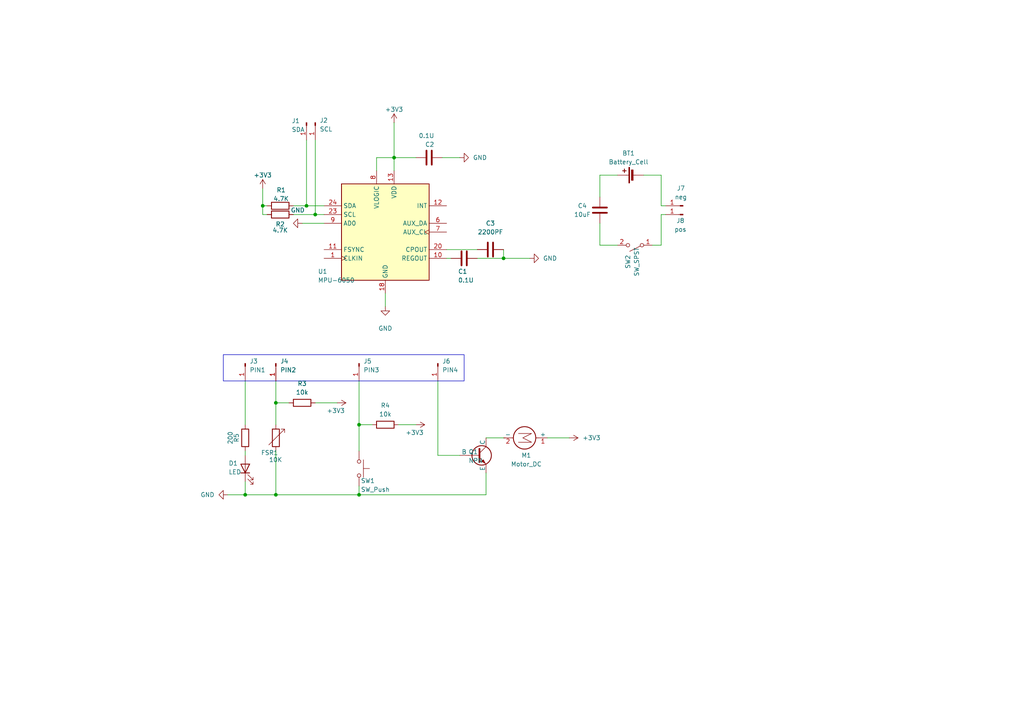
<source format=kicad_sch>
(kicad_sch (version 20231120) (generator "eeschema") (generator_version "8.0")
  (paper "A4")
  (title_block (title "pen") (rev "version1") (company "Shiyi"))
  (lib_symbols
    (symbol "Connector:Conn_01x01_Pin" (pin_names (offset 1.016) hide)
      (property "Reference" "J" (at 0 2.54 0))
      (property "Value" "Conn_01x01_Pin" (at 0 -2.54 0))
      (symbol "Conn_01x01_Pin_1_1"
        (polyline (pts (xy 1.27 0) (xy 0.8636 0)) (stroke (width 0.1524)))
        (rectangle (start 0.8636 0.127) (end 0 -0.127) (stroke (width 0.1524)) (fill (type outline)))
        (pin passive line (at 5.08 0 180) (length 3.81) (name "Pin_1") (number "1"))
      )
    )
    (symbol "Device:Battery_Cell" (pin_numbers hide) (pin_names (offset 0) hide)
      (property "Reference" "BT" (at 2.54 2.54 0))
      (property "Value" "Battery_Cell" (at 2.54 0 0))
      (symbol "Battery_Cell_0_1"
        (rectangle (start -2.286 1.778) (end 2.286 1.524) (fill (type outline)))
        (rectangle (start -1.524 1.016) (end 1.524 0.508) (fill (type outline)))
        (polyline (pts (xy 0 0.762) (xy 0 0)))
        (polyline (pts (xy 0 1.778) (xy 0 2.54)))
        (polyline (pts (xy 0.762 3.048) (xy 1.778 3.048)) (stroke (width 0.254)))
        (polyline (pts (xy 1.27 3.556) (xy 1.27 2.54)) (stroke (width 0.254)))
      )
      (symbol "Battery_Cell_1_1"
        (pin passive line (at 0 5.08 270) (length 2.54) (name "+") (number "1"))
        (pin passive line (at 0 -2.54 90) (length 2.54) (name "-") (number "2"))
      )
    )
    (symbol "Device:C" (pin_numbers hide) (pin_names (offset 0.254))
      (property "Reference" "C" (at 0.635 2.54 0))
      (property "Value" "C" (at 0.635 -2.54 0))
      (symbol "C_0_1"
        (polyline (pts (xy -2.032 -0.762) (xy 2.032 -0.762)) (stroke (width 0.508)))
        (polyline (pts (xy -2.032 0.762) (xy 2.032 0.762)) (stroke (width 0.508)))
      )
      (symbol "C_1_1"
        (pin passive line (at 0 3.81 270) (length 2.794) (name "~") (number "1"))
        (pin passive line (at 0 -3.81 90) (length 2.794) (name "~") (number "2"))
      )
    )
    (symbol "Device:LED" (pin_numbers hide) (pin_names (offset 1.016) hide)
      (property "Reference" "D" (at 0 2.54 0))
      (property "Value" "LED" (at 0 -2.54 0))
      (symbol "LED_0_1"
        (polyline (pts (xy -1.27 -1.27) (xy -1.27 1.27)) (stroke (width 0.254)))
        (polyline (pts (xy -1.27 0) (xy 1.27 0)))
        (polyline (pts (xy 1.27 -1.27) (xy 1.27 1.27) (xy -1.27 0) (xy 1.27 -1.27)) (stroke (width 0.254)))
        (polyline (pts (xy -3.048 -0.762) (xy -4.572 -2.286) (xy -3.81 -2.286) (xy -4.572 -2.286) (xy -4.572 -1.524)))
        (polyline (pts (xy -1.778 -0.762) (xy -3.302 -2.286) (xy -2.54 -2.286) (xy -3.302 -2.286) (xy -3.302 -1.524)))
      )
      (symbol "LED_1_1"
        (pin passive line (at -3.81 0 0) (length 2.54) (name "K") (number "1"))
        (pin passive line (at 3.81 0 180) (length 2.54) (name "A") (number "2"))
      )
    )
    (symbol "Device:R" (pin_numbers hide) (pin_names (offset 0))
      (property "Reference" "R" (at 2.032 0 90))
      (property "Value" "R" (at 0 0 90))
      (symbol "R_0_1"
        (rectangle (start -1.016 -2.54) (end 1.016 2.54) (stroke (width 0.254)))
      )
      (symbol "R_1_1"
        (pin passive line (at 0 3.81 270) (length 1.27) (name "~") (number "1"))
        (pin passive line (at 0 -3.81 90) (length 1.27) (name "~") (number "2"))
      )
    )
    (symbol "Device:R_Variable" (pin_numbers hide) (pin_names (offset 0))
      (property "Reference" "R" (at 2.54 -2.54 90))
      (property "Value" "R_Variable" (at -2.54 -1.27 90))
      (symbol "R_Variable_0_1"
        (rectangle (start -1.016 -2.54) (end 1.016 2.54) (stroke (width 0.254)))
        (polyline (pts (xy 2.54 1.524) (xy 2.54 2.54) (xy 1.524 2.54) (xy 2.54 2.54) (xy -2.032 -2.032)))
      )
      (symbol "R_Variable_1_1"
        (pin passive line (at 0 3.81 270) (length 1.27) (name "~") (number "1"))
        (pin passive line (at 0 -3.81 90) (length 1.27) (name "~") (number "2"))
      )
    )
    (symbol "Motor:Motor_DC" (pin_names (offset 0))
      (property "Reference" "M" (at 2.54 2.54 0))
      (property "Value" "Motor_DC" (at 2.54 -5.08 0))
      (symbol "Motor_DC_0_0"
        (polyline (pts (xy -1.27 -3.302) (xy -1.27 0.508) (xy 0 -2.032) (xy 1.27 0.508) (xy 1.27 -3.302)))
      )
      (symbol "Motor_DC_0_1"
        (circle (center 0 -1.524) (radius 3.2512) (stroke (width 0.254)))
        (polyline (pts (xy 0 -7.62) (xy 0 -7.112)))
        (polyline (pts (xy 0 -4.7752) (xy 0 -5.1816)))
        (polyline (pts (xy 0 1.7272) (xy 0 2.0828)))
        (polyline (pts (xy 0 2.032) (xy 0 2.54)))
      )
      (symbol "Motor_DC_1_1"
        (pin passive line (at 0 5.08 270) (length 2.54) (name "+") (number "1"))
        (pin passive line (at 0 -7.62 90) (length 2.54) (name "-") (number "2"))
      )
    )
    (symbol "Sensor_Motion:MPU-6050"
      (property "Reference" "U" (at -11.43 13.97 0))
      (property "Value" "MPU-6050" (at 7.62 -15.24 0))
      (symbol "MPU-6050_0_0"
        (text "" (at 12.7 -2.54 0) (effects (font (size 1.27 1.27))))
      )
      (symbol "MPU-6050_0_1"
        (rectangle (start -12.7 13.97) (end 12.7 -13.97) (stroke (width 0.254)) (fill (type background)))
      )
      (symbol "MPU-6050_1_1"
        (pin input clock (at -17.78 -7.62 0) (length 5.08) (name "CLKIN") (number "1"))
        (pin passive line (at 17.78 -7.62 180) (length 5.08) (name "REGOUT") (number "10"))
        (pin input line (at -17.78 -5.08 0) (length 5.08) (name "FSYNC") (number "11"))
        (pin output line (at 17.78 7.62 180) (length 5.08) (name "INT") (number "12"))
        (pin power_in line (at 2.54 17.78 270) (length 3.81) (name "VDD") (number "13"))
        (pin no_connect line (at -12.7 -10.16 0) (length 2.54) hide (name "NC") (number "14"))
        (pin no_connect line (at 12.7 12.7 180) (length 2.54) hide (name "NC") (number "15"))
        (pin no_connect line (at 12.7 10.16 180) (length 2.54) hide (name "NC") (number "16"))
        (pin no_connect line (at 12.7 5.08 180) (length 2.54) hide (name "NC") (number "17"))
        (pin power_in line (at 0 -17.78 90) (length 3.81) (name "GND") (number "18"))
        (pin no_connect line (at 12.7 -10.16 180) (length 2.54) hide (name "RESV") (number "19"))
        (pin no_connect line (at -12.7 12.7 0) (length 2.54) hide (name "NC") (number "2"))
        (pin passive line (at 17.78 -5.08 180) (length 5.08) (name "CPOUT") (number "20"))
        (pin no_connect line (at 12.7 -2.54 180) (length 2.54) hide (name "RESV") (number "21"))
        (pin no_connect line (at 12.7 -12.7 180) (length 2.54) hide (name "RESV") (number "22"))
        (pin input line (at -17.78 5.08 0) (length 5.08) (name "SCL") (number "23"))
        (pin bidirectional line (at -17.78 7.62 0) (length 5.08) (name "SDA") (number "24"))
        (pin no_connect line (at -12.7 10.16 0) (length 2.54) hide (name "NC") (number "3"))
        (pin no_connect line (at -12.7 0 0) (length 2.54) hide (name "NC") (number "4"))
        (pin no_connect line (at -12.7 -2.54 0) (length 2.54) hide (name "NC") (number "5"))
        (pin bidirectional line (at 17.78 2.54 180) (length 5.08) (name "AUX_DA") (number "6"))
        (pin output clock (at 17.78 0 180) (length 5.08) (name "AUX_CL") (number "7"))
        (pin power_in line (at -2.54 17.78 270) (length 3.81) (name "VLOGIC") (number "8"))
        (pin input line (at -17.78 2.54 0) (length 5.08) (name "AD0") (number "9"))
      )
    )
    (symbol "Simulation_SPICE:NPN" (pin_numbers hide) (pin_names (offset 0))
      (property "Reference" "Q" (at -2.54 7.62 0))
      (property "Value" "NPN" (at -2.54 5.08 0))
      (symbol "NPN_0_1"
        (polyline (pts (xy -2.54 0) (xy 0.635 0)) (stroke (width 0.1524)))
        (polyline (pts (xy 0.635 0.635) (xy 2.54 2.54)))
        (polyline (pts (xy 2.794 -1.27) (xy 2.794 -1.27)) (stroke (width 0.1524)))
        (polyline (pts (xy 2.794 -1.27) (xy 2.794 -1.27)) (stroke (width 0.1524)))
        (polyline (pts (xy 0.635 -0.635) (xy 2.54 -2.54) (xy 2.54 -2.54)))
        (polyline (pts (xy 0.635 1.905) (xy 0.635 -1.905) (xy 0.635 -1.905)) (stroke (width 0.508)))
        (polyline (pts (xy 1.27 -1.778) (xy 1.778 -1.27) (xy 2.286 -2.286) (xy 1.27 -1.778) (xy 1.27 -1.778)) (fill (type outline)))
        (circle (center 1.27 0) (radius 2.8194) (stroke (width 0.254)))
      )
      (symbol "NPN_1_1"
        (pin open_collector line (at 2.54 5.08 270) (length 2.54) (name "C") (number "1"))
        (pin input line (at -5.08 0 0) (length 2.54) (name "B") (number "2"))
        (pin open_emitter line (at 2.54 -5.08 90) (length 2.54) (name "E") (number "3"))
      )
    )
    (symbol "Switch:SW_Push" (pin_numbers hide) (pin_names (offset 1.016) hide)
      (property "Reference" "SW" (at 1.27 2.54 0))
      (property "Value" "SW_Push" (at 0 -1.524 0))
      (symbol "SW_Push_0_1"
        (circle (center -2.032 0) (radius 0.508))
        (polyline (pts (xy 0 1.27) (xy 0 3.048)))
        (polyline (pts (xy 2.54 1.27) (xy -2.54 1.27)))
        (circle (center 2.032 0) (radius 0.508))
        (pin passive line (at -5.08 0 0) (length 2.54) (name "1") (number "1"))
        (pin passive line (at 5.08 0 180) (length 2.54) (name "2") (number "2"))
      )
    )
    (symbol "Switch:SW_SPST" (pin_names (offset 0) hide)
      (property "Reference" "SW" (at 0 3.175 0))
      (property "Value" "SW_SPST" (at 0 -2.54 0))
      (symbol "SW_SPST_0_0"
        (circle (center -2.032 0) (radius 0.508))
        (polyline (pts (xy -1.524 0.254) (xy 1.524 1.778)))
        (circle (center 2.032 0) (radius 0.508))
      )
      (symbol "SW_SPST_1_1"
        (pin passive line (at -5.08 0 0) (length 2.54) (name "A") (number "1"))
        (pin passive line (at 5.08 0 180) (length 2.54) (name "B") (number "2"))
      )
    )
    (symbol "power:+3V3" (power) (pin_numbers hide) (pin_names (offset 0) hide)
      (property "Value" "+3V3" (at 0 3.556 0))
      (symbol "+3V3_0_1"
        (polyline (pts (xy -0.762 1.27) (xy 0 2.54)))
        (polyline (pts (xy 0 0) (xy 0 2.54)))
        (polyline (pts (xy 0 2.54) (xy 0.762 1.27)))
      )
      (symbol "+3V3_1_1"
        (pin power_in line (at 0 0 90) (length 0) (name "~") (number "1"))
      )
    )
    (symbol "power:GND" (power) (pin_numbers hide) (pin_names (offset 0) hide)
      (property "Value" "GND" (at 0 -3.81 0))
      (symbol "GND_0_1"
        (polyline (pts (xy 0 0) (xy 0 -1.27) (xy 1.27 -1.27) (xy 0 -2.54) (xy -1.27 -1.27) (xy 0 -1.27)))
      )
      (symbol "GND_1_1"
        (pin power_in line (at 0 0 270) (length 0) (name "~") (number "1"))
      )
    )
  )
  (junction (at 7120.89 -6661.15))
  (junction (at 91.44 62.23))
  (junction (at 7009.13 -6487.16))
  (junction (at 6985 -6549.39))
  (junction (at 104.14 143.51))
  (junction (at 7133.59 -5568.95))
  (junction (at 80.01 143.51))
  (junction (at 7009.13 -6449.06))
  (junction (at 6972.3 -6523.99))
  (junction (at 104.14 123.19))
  (junction (at 6910.07 -6573.52))
  (junction (at 114.3 45.72))
  (junction (at 6922.77 -6437.63))
  (junction (at 80.01 116.84))
  (junction (at 7331.71 -5532.12))
  (junction (at 7071.36 -5568.95))
  (junction (at 146.05 74.93))
  (junction (at 88.9 59.69))
  (junction (at 6948.17 -6560.82))
  (junction (at 76.2 59.69))
  (junction (at 71.12 143.51))
  (no_connect (at 7456.17 -4650.74))
  (no_connect (at 7430.77 -4601.21))
  (no_connect (at 7430.77 -4663.44))
  (wire (pts (xy 80.01 143.51) (xy 104.14 143.51)))
  (wire (pts (xy 7133.59 -5568.95) (xy 7208.52 -5568.95)))
  (wire (pts (xy 6948.17 -6598.92) (xy 6737.35 -6598.92)))
  (wire (pts (xy 191.77 62.23) (xy 191.77 71.12)))
  (wire (pts (xy 129.54 74.93) (xy 130.81 74.93)))
  (wire (pts (xy 7120.89 -6661.15) (xy 7158.99 -6661.15)))
  (wire (pts (xy 71.12 139.7) (xy 71.12 143.51)))
  (wire (pts (xy 7158.99 -6661.15) (xy 7158.99 -6635.75)))
  (wire (pts (xy 7331.71 -5532.12) (xy 7331.71 -5506.72)))
  (wire (pts (xy 104.14 123.19) (xy 107.95 123.19)))
  (wire (pts (xy 85.09 59.69) (xy 88.9 59.69)))
  (wire (pts (xy 191.77 50.8) (xy 186.69 50.8)))
  (wire (pts (xy 114.3 35.56) (xy 114.3 45.72)))
  (wire (pts (xy 7120.89 -6661.15) (xy 7120.89 -6474.46)))
  (wire (pts (xy 7071.36 -6289.04) (xy 7071.36 -5568.95)))
  (wire (pts (xy 7009.13 -6437.63) (xy 7009.13 -6449.06)))
  (wire (pts (xy 88.9 59.69) (xy 93.98 59.69)))
  (wire (pts (xy 140.97 137.16) (xy 140.97 143.51)))
  (wire (pts (xy 7331.71 -5532.12) (xy 7320.28 -5532.12)))
  (wire (pts (xy 6910.07 -6549.39) (xy 6985 -6549.39)))
  (wire (pts (xy 6948.17 -6560.82) (xy 6972.3 -6560.82)))
  (wire (pts (xy 173.99 50.8) (xy 173.99 57.15)))
  (wire (pts (xy 6948.17 -6560.82) (xy 6948.17 -6598.92)))
  (wire (pts (xy 91.44 116.84) (xy 97.79 116.84)))
  (wire (pts (xy 114.3 45.72) (xy 120.65 45.72)))
  (wire (pts (xy 7009.13 -6523.99) (xy 7009.13 -6487.16)))
  (wire (pts (xy 7009.13 -6449.06) (xy 7021.83 -6449.06)))
  (wire (pts (xy 127 132.08) (xy 133.35 132.08)))
  (wire (pts (xy 7108.19 -6610.35) (xy 7133.59 -6610.35)))
  (wire (pts (xy 7158.99 -6635.75) (xy 7108.19 -6635.75)))
  (wire (pts (xy 6910.07 -6623.05) (xy 6910.07 -6573.52)))
  (wire (pts (xy 77.47 59.69) (xy 76.2 59.69)))
  (wire (pts (xy 6885.94 -6437.63) (xy 6922.77 -6437.63)))
  (wire (pts (xy 128.27 45.72) (xy 133.35 45.72)))
  (wire (pts (xy 127 110.49) (xy 127 132.08)))
  (wire (pts (xy 7133.59 -5680.71) (xy 7133.59 -5568.95)))
  (wire (pts (xy 6922.77 -6437.63) (xy 6935.47 -6437.63)))
  (wire (pts (xy 140.97 127) (xy 146.05 127)))
  (wire (pts (xy 6985 -6549.39) (xy 6985 -6511.29)))
  (wire (pts (xy 104.14 123.19) (xy 104.14 130.81)))
  (wire (pts (xy 7294.88 -5506.72) (xy 7331.71 -5506.72)))
  (wire (pts (xy 7208.52 -5631.18) (xy 7331.71 -5631.18)))
  (wire (pts (xy 7096.76 -6424.93) (xy 7096.76 -6412.23)))
  (wire (pts (xy 6972.3 -6523.99) (xy 7009.13 -6523.99)))
  (wire (pts (xy 71.12 143.51) (xy 80.01 143.51)))
  (wire (pts (xy 6935.47 -6623.05) (xy 6910.07 -6623.05)))
  (wire (pts (xy 6985 -6560.82) (xy 6985 -6549.39)))
  (wire (pts (xy 6922.77 -6511.29) (xy 6922.77 -6437.63)))
  (wire (pts (xy 6737.35 -6598.92) (xy 6737.35 -6474.46)))
  (wire (pts (xy 7021.83 -6511.29) (xy 7021.83 -6523.99)))
  (wire (pts (xy 104.14 110.49) (xy 104.14 123.19)))
  (wire (pts (xy 158.75 127) (xy 165.1 127)))
  (wire (pts (xy 7208.52 -6412.23) (xy 7096.76 -6412.23)))
  (wire (pts (xy 191.77 62.23) (xy 193.04 62.23)))
  (wire (pts (xy 6935.47 -6523.99) (xy 6972.3 -6523.99)))
  (wire (pts (xy 146.05 74.93) (xy 153.67 74.93)))
  (wire (pts (xy 114.3 45.72) (xy 114.3 49.53)))
  (wire (pts (xy 76.2 62.23) (xy 77.47 62.23)))
  (wire (pts (xy 129.54 72.39) (xy 138.43 72.39)))
  (wire (pts (xy 91.44 40.64) (xy 91.44 62.23)))
  (wire (pts (xy 6910.07 -6573.52) (xy 6935.47 -6573.52)))
  (wire (pts (xy 7021.83 -6573.52) (xy 6959.6 -6573.52)))
  (wire (pts (xy 7208.52 -5680.71) (xy 7208.52 -5631.18)))
  (wire (pts (xy 6959.6 -6573.52) (xy 6959.6 -6536.69)))
  (wire (pts (xy 6985 -6511.29) (xy 6997.7 -6511.29)))
  (wire (pts (xy 91.44 62.23) (xy 93.98 62.23)))
  (wire (pts (xy 7258.05 -6375.4) (xy 7208.52 -6375.4)))
  (wire (pts (xy 6303.01 7989.57) (xy 6488.43 7989.57)))
  (wire (pts (xy 6737.35 -6474.46) (xy 7120.89 -6474.46)))
  (wire (pts (xy 7071.36 -5568.95) (xy 7071.36 -5370.83)))
  (wire (pts (xy 6948.17 7332.98) (xy 6948.17 -6560.82)))
  (wire (pts (xy 7071.36 -6338.57) (xy 7071.36 -6325.87)))
  (wire (pts (xy 111.76 85.09) (xy 111.76 88.9)))
  (wire (pts (xy 71.12 110.49) (xy 71.12 123.19)))
  (wire (pts (xy 7021.83 -6325.87) (xy 7021.83 -6300.47)))
  (wire (pts (xy 6935.47 -6523.99) (xy 6935.47 -6573.52)))
  (wire (pts (xy 80.01 116.84) (xy 83.82 116.84)))
  (wire (pts (xy 104.14 143.51) (xy 140.97 143.51)))
  (wire (pts (xy 6488.43 7567.93) (xy 6488.43 7989.57)))
  (wire (pts (xy 7071.36 -5568.95) (xy 7133.59 -5568.95)))
  (wire (pts (xy 80.01 116.84) (xy 80.01 123.19)))
  (wire (pts (xy 6910.07 -6573.52) (xy 6910.07 -6549.39)))
  (wire (pts (xy 71.12 130.81) (xy 71.12 132.08)))
  (wire (pts (xy 191.77 71.12) (xy 189.23 71.12)))
  (wire (pts (xy 6972.3 -6560.82) (xy 6972.3 -6523.99)))
  (wire (pts (xy 173.99 71.12) (xy 179.07 71.12)))
  (wire (pts (xy 76.2 59.69) (xy 76.2 62.23)))
  (wire (pts (xy 7009.13 -6487.16) (xy 7009.13 -6449.06)))
  (wire (pts (xy 6972.3 -6487.16) (xy 7009.13 -6487.16)))
  (wire (pts (xy 6935.47 -6437.63) (xy 6935.47 -6338.57)))
  (wire (pts (xy 76.2 54.61) (xy 76.2 59.69)))
  (wire (pts (xy 146.05 72.39) (xy 146.05 74.93)))
  (wire (pts (xy 6488.43 7567.93) (xy 6537.96 7567.93)))
  (wire (pts (xy 115.57 123.19) (xy 120.65 123.19)))
  (wire (pts (xy 80.01 130.81) (xy 80.01 143.51)))
  (wire (pts (xy 7133.59 -5680.71) (xy 7208.52 -5680.71)))
  (wire (pts (xy 6972.3 -6487.16) (xy 6972.3 -6523.99)))
  (wire (pts (xy 66.04 143.51) (xy 71.12 143.51)))
  (wire (pts (xy 7096.76 -6661.15) (xy 7120.89 -6661.15)))
  (wire (pts (xy 109.22 45.72) (xy 114.3 45.72)))
  (wire (pts (xy 6935.47 -6338.57) (xy 7071.36 -6338.57)))
  (wire (pts (xy 88.9 40.64) (xy 88.9 59.69)))
  (wire (pts (xy 191.77 59.69) (xy 193.04 59.69)))
  (wire (pts (xy 7071.36 -6325.87) (xy 7021.83 -6325.87)))
  (wire (pts (xy 85.09 62.23) (xy 91.44 62.23)))
  (wire (pts (xy 7108.19 -6635.75) (xy 7108.19 -6610.35)))
  (wire (pts (xy 191.77 50.8) (xy 191.77 59.69)))
  (wire (pts (xy 173.99 64.77) (xy 173.99 71.12)))
  (wire (pts (xy 138.43 74.93) (xy 146.05 74.93)))
  (wire (pts (xy 7331.71 -5543.55) (xy 7331.71 -5532.12)))
  (wire (pts (xy 87.63 64.77) (xy 93.98 64.77)))
  (wire (pts (xy 109.22 45.72) (xy 109.22 49.53)))
  (wire (pts (xy 80.01 110.49) (xy 80.01 116.84)))
  (wire (pts (xy 7208.52 -6375.4) (xy 7208.52 -6412.23)))
  (wire (pts (xy 179.07 50.8) (xy 173.99 50.8)))
  (wire (pts (xy 104.14 140.97) (xy 104.14 143.51)))
  (rectangle (start 64.77 102.87) (end 134.62 110.49))
  (symbol (lib_id "Switch:SW_SPST") (at 184.15 71.12 180) (unit 1)
    (property "Reference" "SW2" (at 182.118 75.946 90))
    (property "Value" "SW_SPST" (at 184.658 75.946 90))
    (property "Footprint" "Button_Switch_THT:SW_DIP_SPSTx01_Slide_6.7x4.1mm_W7.62mm_P2.54mm_LowProfile" (effects (hide yes)))
    (property "Description" "Single Pole Single Throw (SPST) switch" (effects (hide yes)))
  )
  (symbol (lib_id "Device:C") (at 142.24 72.39 90) (unit 1)
    (property "Reference" "C3" (at 142.24 64.77 90))
    (property "Value" "2200PF" (at 142.24 67.31 90))
    (property "Footprint" "Capacitor_SMD:C_0603_1608Metric" (effects (hide yes)))
    (property "Description" "Unpolarized capacitor" (effects (hide yes)))
  )
  (symbol (lib_id "Connector:Conn_01x01_Pin") (at 80.01 105.41 270) (unit 1)
    (property "Reference" "J4" (at 81.28 104.7749 90) (effects (justify left)))
    (property "Value" "PIN2" (at 81.28 107.3149 90) (effects (justify left)))
    (property "Footprint" "Connector_PinHeader_1.00mm:PinHeader_1x01_P1.00mm_Vertical" (effects (hide yes)))
    (property "Description" "Generic connector, single row, 01x01, script generated" (effects (hide yes)))
  )
  (symbol (lib_id "Device:R") (at 81.28 59.69 90) (unit 1)
    (property "Reference" "R1" (at 81.534 55.118 90))
    (property "Value" "4.7K" (at 81.534 57.658 90))
    (property "Footprint" "Resistor_SMD:R_0603_1608Metric" (effects (hide yes)))
    (property "Description" "Resistor" (effects (hide yes)))
  )
  (symbol (lib_id "Device:C") (at 173.99 60.96 180) (unit 1)
    (property "Reference" "C4" (at 168.91 59.69 0))
    (property "Value" "10uF" (at 168.91 62.23 0))
    (property "Footprint" "Capacitor_SMD:C_0603_1608Metric" (effects (hide yes)))
    (property "Description" "Unpolarized capacitor" (effects (hide yes)))
  )
  (symbol (lib_id "Device:R") (at 87.63 116.84 90) (unit 1)
    (property "Reference" "R3" (at 87.63 111.252 90))
    (property "Value" "10k" (at 87.63 113.792 90))
    (property "Footprint" "Resistor_SMD:R_0603_1608Metric" (effects (hide yes)))
    (property "Description" "Resistor" (effects (hide yes)))
  )
  (symbol (lib_id "Device:R_Variable") (at 80.01 127 0) (unit 1)
    (property "Reference" "FSR1" (at 75.692 131.318 0) (effects (justify left)))
    (property "Value" "10K" (at 77.978 133.35 0) (effects (justify left)))
    (property "Footprint" "Connector_PinHeader_1.00mm:PinHeader_1x02_P1.00mm_Vertical" (effects (hide yes)))
    (property "Description" "Variable resistor" (effects (hide yes)))
  )
  (symbol (lib_id "power:+3V3") (at 165.1 127 270) (unit 1)
    (property "Reference" "#PWR08" (effects (hide yes)))
    (property "Value" "+3V3" (at 168.91 126.9999 90) (effects (justify left)))
    (property "Description" "Power symbol creates a global label with name \"+3V3\"" (effects (hide yes)))
  )
  (symbol (lib_id "Device:LED") (at 71.12 135.89 90) (unit 1)
    (property "Reference" "D1" (at 66.294 134.366 90) (effects (justify right)))
    (property "Value" "LED" (at 66.294 136.906 90) (effects (justify right)))
    (property "Footprint" "LED_THT:LED_D3.0mm" (effects (hide yes)))
    (property "Description" "Light emitting diode" (effects (hide yes)))
  )
  (symbol (lib_id "power:+3V3") (at 76.2 54.61 0) (unit 1)
    (property "Reference" "#PWR05" (effects (hide yes)))
    (property "Value" "+3V3" (at 76.2 50.8 0))
    (property "Description" "Power symbol creates a global label with name \"+3V3\"" (effects (hide yes)))
  )
  (symbol (lib_id "Connector:Conn_01x01_Pin") (at 198.12 62.23 180) (unit 1)
    (property "Reference" "J8" (at 197.358 64.008 0))
    (property "Value" "pos" (at 197.358 66.548 0))
    (property "Footprint" "Connector_PinHeader_1.00mm:PinHeader_1x01_P1.00mm_Vertical" (effects (hide yes)))
    (property "Description" "Generic connector, single row, 01x01, script generated" (effects (hide yes)))
  )
  (symbol (lib_id "power:GND") (at 111.76 88.9 0) (unit 1)
    (property "Reference" "#PWR03" (effects (hide yes)))
    (property "Value" "GND" (at 111.76 95.25 0))
    (property "Description" "Power symbol creates a global label with name \"GND\" , ground" (effects (hide yes)))
  )
  (symbol (lib_id "Switch:SW_Push") (at 104.14 135.89 270) (unit 1)
    (property "Reference" "SW1" (at 104.648 139.446 90) (effects (justify left)))
    (property "Value" "SW_Push" (at 104.648 141.986 90) (effects (justify left)))
    (property "Footprint" "Button_Switch_THT:SW_PUSH_6mm" (effects (hide yes)))
    (property "Description" "Push button switch, generic, two pins" (effects (hide yes)))
  )
  (symbol (lib_id "Device:R") (at 71.12 127 0) (unit 1)
    (property "Reference" "R5" (at 68.58 127 90))
    (property "Value" "200" (at 66.802 127 90))
    (property "Footprint" "Resistor_SMD:R_0603_1608Metric" (effects (hide yes)))
    (property "Description" "Resistor" (effects (hide yes)))
  )
  (symbol (lib_id "Connector:Conn_01x01_Pin") (at 127 105.41 270) (unit 1)
    (property "Reference" "J6" (at 128.27 104.7749 90) (effects (justify left)))
    (property "Value" "PIN4" (at 128.27 107.3149 90) (effects (justify left)))
    (property "Footprint" "Connector_PinHeader_1.00mm:PinHeader_1x01_P1.00mm_Vertical" (effects (hide yes)))
    (property "Description" "Generic connector, single row, 01x01, script generated" (effects (hide yes)))
  )
  (symbol (lib_id "Connector:Conn_01x01_Pin") (at 104.14 105.41 270) (unit 1)
    (property "Reference" "J5" (at 105.41 104.7749 90) (effects (justify left)))
    (property "Value" "PIN3" (at 105.41 107.3149 90) (effects (justify left)))
    (property "Footprint" "Connector_PinHeader_1.00mm:PinHeader_1x01_P1.00mm_Vertical" (effects (hide yes)))
    (property "Description" "Generic connector, single row, 01x01, script generated" (effects (hide yes)))
  )
  (symbol (lib_id "Motor:Motor_DC") (at 153.67 127 270) (unit 1)
    (property "Reference" "M1" (at 152.654 132.08 90))
    (property "Value" "Motor_DC" (at 152.654 134.62 90))
    (property "Footprint" "Connector_PinHeader_1.00mm:PinHeader_1x02_P1.00mm_Vertical" (effects (hide yes)))
    (property "Description" "DC Motor" (effects (hide yes)))
  )
  (symbol (lib_id "Device:Battery_Cell") (at 184.15 50.8 90) (unit 1)
    (property "Reference" "BT1" (at 182.3085 44.45 90))
    (property "Value" "Battery_Cell" (at 182.3085 46.99 90))
    (property "Footprint" "Connector_JST:JST_PH_B2B-PH-K_1x02_P2.00mm_Vertical" (effects (hide yes)))
    (property "Description" "Single-cell battery" (effects (hide yes)))
  )
  (symbol (lib_id "Connector:Conn_01x01_Pin") (at 71.12 105.41 270) (unit 1)
    (property "Reference" "J3" (at 72.39 104.7749 90) (effects (justify left)))
    (property "Value" "PIN1" (at 72.39 107.3149 90) (effects (justify left)))
    (property "Footprint" "Connector_PinHeader_1.00mm:PinHeader_1x01_P1.00mm_Vertical" (effects (hide yes)))
    (property "Description" "Generic connector, single row, 01x01, script generated" (effects (hide yes)))
  )
  (symbol (lib_id "power:GND") (at 153.67 74.93 90) (unit 1)
    (property "Reference" "#PWR01" (effects (hide yes)))
    (property "Value" "GND" (at 157.48 74.9299 90) (effects (justify right)))
    (property "Description" "Power symbol creates a global label with name \"GND\" , ground" (effects (hide yes)))
  )
  (symbol (lib_id "power:+3V3") (at 120.65 123.19 270) (unit 1)
    (property "Reference" "#PWR010" (effects (hide yes)))
    (property "Value" "+3V3" (at 117.602 125.476 90) (effects (justify left)))
    (property "Description" "Power symbol creates a global label with name \"+3V3\"" (effects (hide yes)))
  )
  (symbol (lib_id "Sensor_Motion:MPU-6050") (at 111.76 67.31 0) (unit 1)
    (property "Reference" "U1" (at 92.202 78.74 0) (effects (justify left)))
    (property "Value" "MPU-6050" (at 92.202 81.28 0) (effects (justify left)))
    (property "Footprint" "Sensor_Motion:InvenSense_QFN-24_4x4mm_P0.5mm" (effects (hide yes)))
    (property "Datasheet" "https://invensense.tdk.com/wp-content/uploads/2015/02/MPU-6000-Datasheet1.pdf" (effects (hide yes)))
    (property "Description" "InvenSense 6-Axis Motion Sensor, Gyroscope, Accelerometer, I2C" (effects (hide yes)))
  )
  (symbol (lib_id "Connector:Conn_01x01_Pin") (at 198.12 59.69 180) (unit 1)
    (property "Reference" "J7" (at 197.485 54.61 0))
    (property "Value" "neg" (at 197.485 57.15 0))
    (property "Footprint" "Connector_PinHeader_1.00mm:PinHeader_1x01_P1.00mm_Vertical" (effects (hide yes)))
    (property "Description" "Generic connector, single row, 01x01, script generated" (effects (hide yes)))
  )
  (symbol (lib_id "Device:R") (at 81.28 62.23 90) (unit 1)
    (property "Reference" "R2" (at 81.28 65.024 90))
    (property "Value" "4.7K" (at 81.28 66.802 90))
    (property "Footprint" "Resistor_SMD:R_0603_1608Metric" (effects (hide yes)))
    (property "Description" "Resistor" (effects (hide yes)))
  )
  (symbol (lib_id "power:GND") (at 87.63 64.77 270) (unit 1)
    (property "Reference" "#PWR07" (effects (hide yes)))
    (property "Value" "GND" (at 86.36 60.96 90))
    (property "Description" "Power symbol creates a global label with name \"GND\" , ground" (effects (hide yes)))
  )
  (symbol (lib_id "Device:C") (at 124.46 45.72 270) (unit 1)
    (property "Reference" "C2" (at 125.984 41.91 90) (effects (justify right)))
    (property "Value" "0.1U" (at 125.984 39.37 90) (effects (justify right)))
    (property "Footprint" "Capacitor_SMD:C_0603_1608Metric" (effects (hide yes)))
    (property "Description" "Unpolarized capacitor" (effects (hide yes)))
  )
  (symbol (lib_id "Device:R") (at 111.76 123.19 90) (unit 1)
    (property "Reference" "R4" (at 111.76 117.602 90))
    (property "Value" "10k" (at 111.76 120.142 90))
    (property "Footprint" "Resistor_SMD:R_0603_1608Metric" (effects (hide yes)))
    (property "Description" "Resistor" (effects (hide yes)))
  )
  (symbol (lib_id "power:+3V3") (at 97.79 116.84 270) (unit 1)
    (property "Reference" "#PWR011" (effects (hide yes)))
    (property "Value" "+3V3" (at 94.742 119.126 90) (effects (justify left)))
    (property "Description" "Power symbol creates a global label with name \"+3V3\"" (effects (hide yes)))
  )
  (symbol (lib_id "power:+3V3") (at 114.3 35.56 0) (unit 1)
    (property "Reference" "#PWR02" (effects (hide yes)))
    (property "Value" "+3V3" (at 114.3 31.75 0))
    (property "Description" "Power symbol creates a global label with name \"+3V3\"" (effects (hide yes)))
  )
  (symbol (lib_id "Connector:Conn_01x01_Pin") (at 88.9 35.56 270) (unit 1)
    (property "Reference" "J1" (at 84.582 35.052 90) (effects (justify left)))
    (property "Value" "SDA" (at 84.582 37.592 90) (effects (justify left)))
    (property "Footprint" "Connector_PinHeader_1.00mm:PinHeader_1x01_P1.00mm_Vertical" (effects (hide yes)))
    (property "Description" "Generic connector, single row, 01x01, script generated" (effects (hide yes)))
  )
  (symbol (lib_id "Device:C") (at 134.62 74.93 270) (unit 1)
    (property "Reference" "C1" (at 132.842 78.74 90) (effects (justify left)))
    (property "Value" "0.1U" (at 132.842 81.28 90) (effects (justify left)))
    (property "Footprint" "Capacitor_SMD:C_0603_1608Metric" (effects (hide yes)))
    (property "Description" "Unpolarized capacitor" (effects (hide yes)))
  )
  (symbol (lib_id "power:GND") (at 133.35 45.72 90) (unit 1)
    (property "Reference" "#PWR04" (effects (hide yes)))
    (property "Value" "GND" (at 137.16 45.7199 90) (effects (justify right)))
    (property "Description" "Power symbol creates a global label with name \"GND\" , ground" (effects (hide yes)))
  )
  (symbol (lib_id "power:GND") (at 66.04 143.51 270) (unit 1)
    (property "Reference" "#PWR09" (effects (hide yes)))
    (property "Value" "GND" (at 62.23 143.5099 90) (effects (justify right)))
    (property "Description" "Power symbol creates a global label with name \"GND\" , ground" (effects (hide yes)))
  )
  (symbol (lib_id "Connector:Conn_01x01_Pin") (at 91.44 35.56 270) (unit 1)
    (property "Reference" "J2" (at 92.71 34.9249 90) (effects (justify left)))
    (property "Value" "SCL" (at 92.71 37.4649 90) (effects (justify left)))
    (property "Footprint" "Connector_PinHeader_1.00mm:PinHeader_1x01_P1.00mm_Vertical" (effects (hide yes)))
    (property "Description" "Generic connector, single row, 01x01, script generated" (effects (hide yes)))
  )
  (symbol (lib_id "Simulation_SPICE:NPN") (at 138.43 132.08 0) (unit 1)
    (property "Reference" "Q1" (at 135.89 131.064 0) (effects (justify left)))
    (property "Value" "NPN" (at 135.89 133.604 0) (effects (justify left)))
    (property "Footprint" "Crystal:Resonator-3Pin_W6.0mm_H3.0mm" (effects (hide yes)))
    (property "Datasheet" "https://ngspice.sourceforge.io/docs/ngspice-html-manual/manual.xhtml#cha_BJTs" (effects (hide yes)))
    (property "Description" "Bipolar transistor symbol for simulation only, substrate tied to the emitter" (effects (hide yes)))
    (property "Sim.Device" "NPN" (effects (hide yes)))
    (property "Sim.Type" "GUMMELPOON" (effects (hide yes)))
    (property "Sim.Pins" "1=C 2=B 3=E" (effects (hide yes)))
  )
)
</source>
